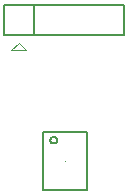
<source format=gto>
G04 ( created by brdgerber.py ( brdgerber.py v0.1 2014-03-12 ) ) date 2020-10-03 00:10:20 EDT*
G04 Gerber Fmt 3.4, Leading zero omitted, Abs format*
%MOIN*%
%FSLAX34Y34*%
G01*
G70*
G90*
G04 APERTURE LIST*
%ADD11C,0.1500*%
%ADD13R,0.0866X0.0236*%
%ADD12C,0.0000*%
%ADD19C,0.0024*%
%ADD14C,0.0080*%
%ADD15C,0.0050*%
%ADD10C,0.0200*%
%ADD20C,0.0100*%
%ADD17C,0.0060*%
%ADD18C,0.0600*%
%ADD16R,0.0709X0.0629*%
G04 APERTURE END LIST*
G54D11*
D12*
G01X-33150Y11400D02*
G01X-33150Y11400D01*
D12*
G01X-33150Y11400D02*
G01X-33150Y11400D01*
D12*
G01X-33150Y11400D02*
G01X-33150Y11400D01*
G01X-33150Y11400D01*
G01X-33150Y11400D01*
G01X-33150Y11400D01*
G01X-33150Y11400D01*
G01X-33150Y11400D01*
G01X-33150Y11400D01*
G01X-33150Y11400D01*
G01X-33150Y11400D01*
G01X-33150Y11400D01*
G01X-33150Y11400D01*
G01X-33150Y11400D01*
G01X-33150Y11400D01*
G01X-33150Y11400D01*
G01X-33150Y11400D01*
D12*
G01X-33150Y11400D02*
G01X-33150Y11400D01*
G01X-33150Y11400D01*
G01X-33150Y11400D01*
G01X-33150Y11400D01*
G01X-33150Y11400D01*
G01X-33150Y11400D01*
G01X-33150Y11400D01*
G01X-33150Y11400D01*
G01X-33150Y11400D01*
G01X-33150Y11400D01*
G01X-33150Y11400D01*
D12*
G01X-33150Y11400D02*
G01X-33150Y11400D01*
D12*
G01X-33150Y11400D02*
G01X-33150Y11400D01*
G01X-33150Y11400D01*
G01X-33150Y11400D01*
G01X-33150Y11400D01*
D12*
G01X-33150Y11400D02*
G01X-33150Y11400D01*
G01X-33150Y11400D01*
G01X-33150Y11400D01*
G01X-33150Y11400D01*
G01X-33150Y11400D01*
G01X-33150Y11400D01*
G01X-33150Y11400D01*
G01X-33150Y11400D01*
G01X-33150Y11400D01*
G01X-33150Y11400D01*
G01X-33150Y11400D01*
G01X-33150Y11400D01*
D12*
G01X-33150Y11400D02*
G01X-33150Y11400D01*
G01X-33150Y11400D01*
G01X-33150Y11400D01*
G01X-33150Y11400D01*
D15*
G01X-32442Y12384D02*
G01X-32442Y10456D01*
D15*
G01X-32442Y10456D02*
G01X-33898Y10456D01*
D15*
G01X-33898Y10456D02*
G01X-33898Y12384D01*
D15*
G01X-33898Y12384D02*
G01X-32442Y12384D01*
D15*
G01X-33432Y12108D02*
G01X-33432Y12108D01*
G01X-33432Y12111D01*
G01X-33432Y12113D01*
G01X-33432Y12116D01*
G01X-33433Y12119D01*
G01X-33433Y12122D01*
G01X-33433Y12124D01*
G01X-33434Y12127D01*
G01X-33434Y12130D01*
G01X-33435Y12132D01*
G01X-33435Y12135D01*
G01X-33436Y12138D01*
G01X-33437Y12140D01*
G01X-33438Y12143D01*
G01X-33438Y12145D01*
G01X-33439Y12148D01*
G01X-33440Y12150D01*
G01X-33442Y12153D01*
G01X-33443Y12155D01*
G01X-33444Y12158D01*
G01X-33445Y12160D01*
G01X-33446Y12163D01*
G01X-33448Y12165D01*
G01X-33449Y12167D01*
G01X-33451Y12170D01*
G01X-33452Y12172D01*
G01X-33454Y12174D01*
G01X-33455Y12176D01*
G01X-33457Y12178D01*
G01X-33459Y12181D01*
G01X-33461Y12183D01*
G01X-33463Y12185D01*
G01X-33465Y12186D01*
G01X-33466Y12188D01*
G01X-33468Y12190D01*
G01X-33470Y12192D01*
G01X-33473Y12194D01*
G01X-33475Y12196D01*
G01X-33477Y12197D01*
G01X-33479Y12199D01*
G01X-33481Y12200D01*
G01X-33484Y12202D01*
G01X-33486Y12203D01*
G01X-33488Y12205D01*
G01X-33491Y12206D01*
G01X-33493Y12207D01*
G01X-33496Y12208D01*
G01X-33498Y12209D01*
G01X-33501Y12211D01*
G01X-33503Y12212D01*
G01X-33506Y12213D01*
G01X-33508Y12213D01*
G01X-33511Y12214D01*
G01X-33513Y12215D01*
G01X-33516Y12216D01*
G01X-33519Y12216D01*
G01X-33521Y12217D01*
G01X-33524Y12217D01*
G01X-33527Y12218D01*
G01X-33529Y12218D01*
G01X-33532Y12218D01*
G01X-33535Y12219D01*
G01X-33538Y12219D01*
G01X-33540Y12219D01*
G01X-33543Y12219D01*
G01X-33546Y12219D01*
G01X-33548Y12219D01*
G01X-33551Y12219D01*
G01X-33554Y12218D01*
G01X-33557Y12218D01*
G01X-33559Y12218D01*
G01X-33562Y12217D01*
G01X-33565Y12217D01*
G01X-33567Y12216D01*
G01X-33570Y12216D01*
G01X-33573Y12215D01*
G01X-33575Y12214D01*
G01X-33578Y12213D01*
G01X-33580Y12213D01*
G01X-33583Y12212D01*
G01X-33585Y12211D01*
G01X-33588Y12209D01*
G01X-33590Y12208D01*
G01X-33593Y12207D01*
G01X-33595Y12206D01*
G01X-33598Y12205D01*
G01X-33600Y12203D01*
G01X-33602Y12202D01*
G01X-33605Y12200D01*
G01X-33607Y12199D01*
G01X-33609Y12197D01*
G01X-33611Y12196D01*
G01X-33613Y12194D01*
G01X-33616Y12192D01*
G01X-33618Y12190D01*
G01X-33620Y12188D01*
G01X-33621Y12186D01*
G01X-33623Y12185D01*
G01X-33625Y12183D01*
G01X-33627Y12181D01*
G01X-33629Y12178D01*
G01X-33631Y12176D01*
G01X-33632Y12174D01*
G01X-33634Y12172D01*
G01X-33635Y12170D01*
G01X-33637Y12167D01*
G01X-33638Y12165D01*
G01X-33640Y12163D01*
G01X-33641Y12160D01*
G01X-33642Y12158D01*
G01X-33643Y12155D01*
G01X-33644Y12153D01*
G01X-33646Y12150D01*
G01X-33647Y12148D01*
G01X-33648Y12145D01*
G01X-33648Y12143D01*
G01X-33649Y12140D01*
G01X-33650Y12138D01*
G01X-33651Y12135D01*
G01X-33651Y12132D01*
G01X-33652Y12130D01*
G01X-33652Y12127D01*
G01X-33653Y12124D01*
G01X-33653Y12122D01*
G01X-33653Y12119D01*
G01X-33654Y12116D01*
G01X-33654Y12113D01*
G01X-33654Y12111D01*
G01X-33654Y12108D01*
G01X-33654Y12105D01*
G01X-33654Y12103D01*
G01X-33654Y12100D01*
G01X-33653Y12097D01*
G01X-33653Y12094D01*
G01X-33653Y12092D01*
G01X-33652Y12089D01*
G01X-33652Y12086D01*
G01X-33651Y12084D01*
G01X-33651Y12081D01*
G01X-33650Y12078D01*
G01X-33649Y12076D01*
G01X-33648Y12073D01*
G01X-33648Y12071D01*
G01X-33647Y12068D01*
G01X-33646Y12066D01*
G01X-33644Y12063D01*
G01X-33643Y12061D01*
G01X-33642Y12058D01*
G01X-33641Y12056D01*
G01X-33640Y12053D01*
G01X-33638Y12051D01*
G01X-33637Y12049D01*
G01X-33635Y12046D01*
G01X-33634Y12044D01*
G01X-33632Y12042D01*
G01X-33631Y12040D01*
G01X-33629Y12038D01*
G01X-33627Y12035D01*
G01X-33625Y12033D01*
G01X-33623Y12031D01*
G01X-33621Y12030D01*
G01X-33620Y12028D01*
G01X-33618Y12026D01*
G01X-33616Y12024D01*
G01X-33613Y12022D01*
G01X-33611Y12020D01*
G01X-33609Y12019D01*
G01X-33607Y12017D01*
G01X-33605Y12016D01*
G01X-33602Y12014D01*
G01X-33600Y12013D01*
G01X-33598Y12011D01*
G01X-33595Y12010D01*
G01X-33593Y12009D01*
G01X-33590Y12008D01*
G01X-33588Y12007D01*
G01X-33585Y12005D01*
G01X-33583Y12004D01*
G01X-33580Y12003D01*
G01X-33578Y12003D01*
G01X-33575Y12002D01*
G01X-33573Y12001D01*
G01X-33570Y12000D01*
G01X-33567Y12000D01*
G01X-33565Y11999D01*
G01X-33562Y11999D01*
G01X-33559Y11998D01*
G01X-33557Y11998D01*
G01X-33554Y11998D01*
G01X-33551Y11997D01*
G01X-33548Y11997D01*
G01X-33546Y11997D01*
G01X-33543Y11997D01*
G01X-33540Y11997D01*
G01X-33538Y11997D01*
G01X-33535Y11997D01*
G01X-33532Y11998D01*
G01X-33529Y11998D01*
G01X-33527Y11998D01*
G01X-33524Y11999D01*
G01X-33521Y11999D01*
G01X-33519Y12000D01*
G01X-33516Y12000D01*
G01X-33513Y12001D01*
G01X-33511Y12002D01*
G01X-33508Y12003D01*
G01X-33506Y12003D01*
G01X-33503Y12004D01*
G01X-33501Y12005D01*
G01X-33498Y12007D01*
G01X-33496Y12008D01*
G01X-33493Y12009D01*
G01X-33491Y12010D01*
G01X-33488Y12011D01*
G01X-33486Y12013D01*
G01X-33484Y12014D01*
G01X-33481Y12016D01*
G01X-33479Y12017D01*
G01X-33477Y12019D01*
G01X-33475Y12020D01*
G01X-33473Y12022D01*
G01X-33470Y12024D01*
G01X-33468Y12026D01*
G01X-33466Y12028D01*
G01X-33465Y12030D01*
G01X-33463Y12031D01*
G01X-33461Y12033D01*
G01X-33459Y12035D01*
G01X-33457Y12038D01*
G01X-33455Y12040D01*
G01X-33454Y12042D01*
G01X-33452Y12044D01*
G01X-33451Y12046D01*
G01X-33449Y12049D01*
G01X-33448Y12051D01*
G01X-33446Y12053D01*
G01X-33445Y12056D01*
G01X-33444Y12058D01*
G01X-33443Y12061D01*
G01X-33442Y12063D01*
G01X-33440Y12066D01*
G01X-33439Y12068D01*
G01X-33438Y12071D01*
G01X-33438Y12073D01*
G01X-33437Y12076D01*
G01X-33436Y12078D01*
G01X-33435Y12081D01*
G01X-33435Y12084D01*
G01X-33434Y12086D01*
G01X-33434Y12089D01*
G01X-33433Y12092D01*
G01X-33433Y12094D01*
G01X-33433Y12097D01*
G01X-33432Y12100D01*
G01X-33432Y12103D01*
G01X-33432Y12105D01*
G01X-33432Y12108D01*
D17*
G01X-35200Y15600D02*
G01X-35200Y16600D01*
D17*
G01X-35200Y16600D02*
G01X-34200Y16600D01*
D17*
G01X-34200Y16600D02*
G01X-31200Y16600D01*
D17*
G01X-31200Y16600D02*
G01X-31200Y15600D01*
D17*
G01X-31200Y15600D02*
G01X-34200Y15600D01*
D17*
G01X-34200Y15600D02*
G01X-35200Y15600D01*
D17*
G01X-34200Y15600D02*
G01X-34200Y16600D01*
D19*
G01X-34700Y15350D02*
G01X-34950Y15100D01*
D19*
G01X-34950Y15100D02*
G01X-34450Y15100D01*
D19*
G01X-34450Y15100D02*
G01X-34700Y15350D01*
M02*

</source>
